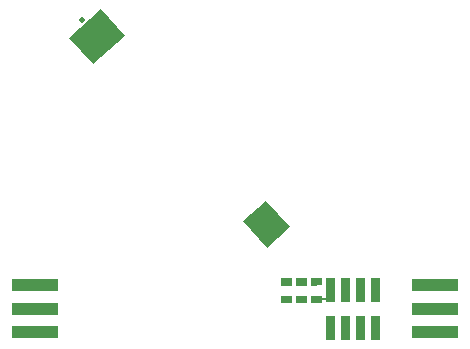
<source format=gbs>
G04 #@! TF.FileFunction,Soldermask,Bot*
%FSLAX46Y46*%
G04 Gerber Fmt 4.6, Leading zero omitted, Abs format (unit mm)*
G04 Created by KiCad (PCBNEW 4.0.0-rc2-stable) date 3/3/2016 3:45:24 PM*
%MOMM*%
G01*
G04 APERTURE LIST*
%ADD10C,0.150000*%
%ADD11R,4.000000X1.000000*%
%ADD12C,0.600000*%
%ADD13C,0.500000*%
G04 APERTURE END LIST*
D10*
D11*
X82907290Y-50192207D03*
X82907290Y-48192207D03*
X82907290Y-46192207D03*
D12*
X81907290Y-50192207D03*
X81907290Y-48192207D03*
X81907290Y-46192207D03*
D11*
X49020840Y-46192207D03*
X49020840Y-48192207D03*
X49020840Y-50192207D03*
D12*
X50020840Y-46192207D03*
X50020840Y-48192207D03*
X50020840Y-50192207D03*
D10*
G36*
X68671608Y-43024696D02*
X66659718Y-40799319D01*
X68588378Y-39055682D01*
X70600268Y-41281059D01*
X68671608Y-43024696D01*
X68671608Y-43024696D01*
G37*
G36*
X53949235Y-27485658D02*
X51937345Y-25260281D01*
X54607797Y-22846014D01*
X56619687Y-25071391D01*
X53949235Y-27485658D01*
X53949235Y-27485658D01*
G37*
D13*
X53004319Y-23756430D03*
D10*
G36*
X73674782Y-50822597D02*
X73670850Y-48822601D01*
X74430848Y-48821107D01*
X74434780Y-50821103D01*
X73674782Y-50822597D01*
X73674782Y-50822597D01*
G37*
G36*
X74944780Y-50820100D02*
X74940848Y-48820104D01*
X75700846Y-48818610D01*
X75704778Y-50818606D01*
X74944780Y-50820100D01*
X74944780Y-50820100D01*
G37*
G36*
X76214777Y-50817604D02*
X76210845Y-48817608D01*
X76970843Y-48816114D01*
X76974775Y-50816110D01*
X76214777Y-50817604D01*
X76214777Y-50817604D01*
G37*
G36*
X77484775Y-50815107D02*
X77480843Y-48815111D01*
X78240841Y-48813617D01*
X78244773Y-50813613D01*
X77484775Y-50815107D01*
X77484775Y-50815107D01*
G37*
G36*
X73668491Y-47622603D02*
X73664559Y-45622607D01*
X74424557Y-45621113D01*
X74428489Y-47621109D01*
X73668491Y-47622603D01*
X73668491Y-47622603D01*
G37*
G36*
X74938489Y-47620106D02*
X74934557Y-45620110D01*
X75694555Y-45618616D01*
X75698487Y-47618612D01*
X74938489Y-47620106D01*
X74938489Y-47620106D01*
G37*
G36*
X76208486Y-47617610D02*
X76204554Y-45617614D01*
X76964552Y-45616120D01*
X76968484Y-47616116D01*
X76208486Y-47617610D01*
X76208486Y-47617610D01*
G37*
G36*
X77488484Y-47615093D02*
X77484552Y-45615097D01*
X78224550Y-45613643D01*
X78228482Y-47613639D01*
X77488484Y-47615093D01*
X77488484Y-47615093D01*
G37*
G36*
X72400741Y-46225093D02*
X72399561Y-45625094D01*
X73299559Y-45623325D01*
X73300739Y-46223324D01*
X72400741Y-46225093D01*
X72400741Y-46225093D01*
G37*
G36*
X72403690Y-47725090D02*
X72402510Y-47125091D01*
X73302508Y-47123322D01*
X73303688Y-47723321D01*
X72403690Y-47725090D01*
X72403690Y-47725090D01*
G37*
G36*
X71153693Y-47727547D02*
X71152513Y-47127548D01*
X72052511Y-47125779D01*
X72053691Y-47725778D01*
X71153693Y-47727547D01*
X71153693Y-47727547D01*
G37*
G36*
X71150744Y-46227550D02*
X71149564Y-45627551D01*
X72049562Y-45625782D01*
X72050742Y-46225781D01*
X71150744Y-46227550D01*
X71150744Y-46227550D01*
G37*
G36*
X69900746Y-46230007D02*
X69899566Y-45630008D01*
X70799564Y-45628239D01*
X70800744Y-46228238D01*
X69900746Y-46230007D01*
X69900746Y-46230007D01*
G37*
G36*
X69903695Y-47730004D02*
X69902515Y-47130005D01*
X70802513Y-47128236D01*
X70803693Y-47728235D01*
X69903695Y-47730004D01*
X69903695Y-47730004D01*
G37*
G36*
X73053197Y-47473812D02*
X73052804Y-47273813D01*
X73952803Y-47272044D01*
X73953196Y-47472043D01*
X73053197Y-47473812D01*
X73053197Y-47473812D01*
G37*
M02*

</source>
